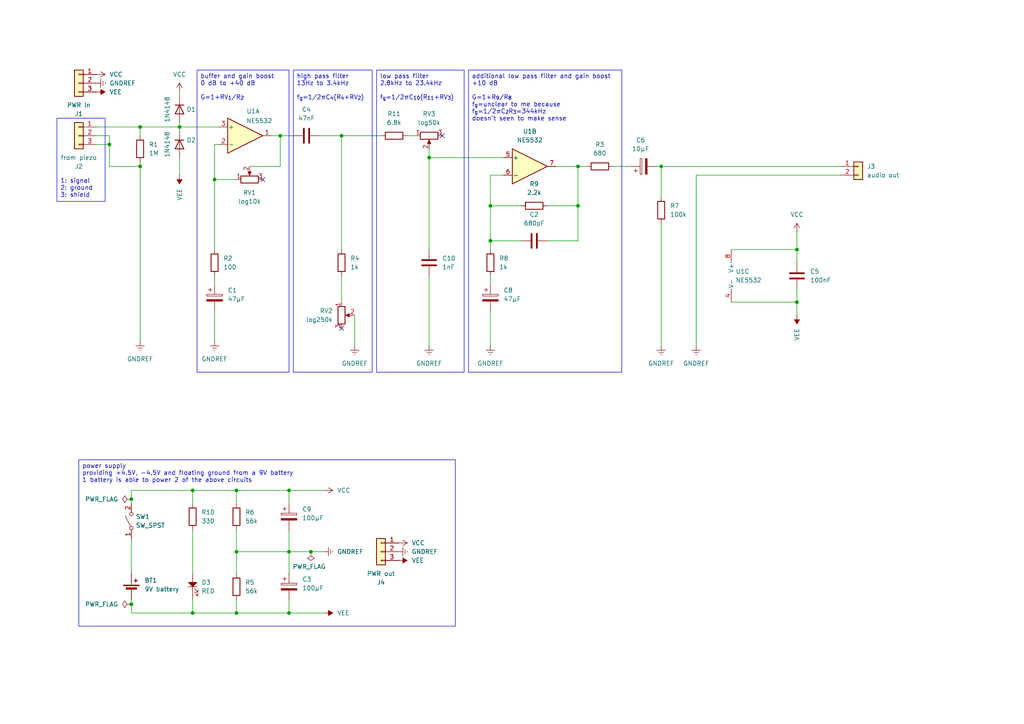
<source format=kicad_sch>
(kicad_sch (version 20231120) (generator "eeschema") (generator_version "8.0")
  (paper "A4")
  (title_block (title "piezo pre amp with high and low pass filter and gain boost") (date "2024-07-12") (rev "1.0") (company "sxda.io") (comment 1 "https://breaksberlin.wordpress.com/2015/11/07/diy-piezo-preamp-with-hi-pass-filter/") (comment 2 "based on jilski PB-1"))
  (lib_symbols
    (symbol "Amplifier_Operational:NE5532" (pin_names (offset 0.127))
      (property "Reference" "U" (at 0 5.08 0))
      (property "Value" "NE5532" (at 0 -5.08 0))
      (symbol "NE5532_1_1"
        (polyline (pts (xy -5.08 5.08) (xy 5.08 0) (xy -5.08 -5.08) (xy -5.08 5.08)) (stroke (width 0.254)) (fill (type background)))
        (pin output line (at 7.62 0 180) (length 2.54) (name "~") (number "1"))
        (pin input line (at -7.62 -2.54 0) (length 2.54) (name "-") (number "2"))
        (pin input line (at -7.62 2.54 0) (length 2.54) (name "+") (number "3"))
      )
      (symbol "NE5532_2_1"
        (polyline (pts (xy -5.08 5.08) (xy 5.08 0) (xy -5.08 -5.08) (xy -5.08 5.08)) (stroke (width 0.254)) (fill (type background)))
        (pin input line (at -7.62 2.54 0) (length 2.54) (name "+") (number "5"))
        (pin input line (at -7.62 -2.54 0) (length 2.54) (name "-") (number "6"))
        (pin output line (at 7.62 0 180) (length 2.54) (name "~") (number "7"))
      )
      (symbol "NE5532_3_1"
        (pin power_in line (at -2.54 -7.62 90) (length 3.81) (name "V-") (number "4"))
        (pin power_in line (at -2.54 7.62 270) (length 3.81) (name "V+") (number "8"))
      )
    )
    (symbol "Connector_Generic:Conn_01x02" (pin_names (offset 1.016) hide)
      (property "Reference" "J" (at 0 2.54 0))
      (property "Value" "Conn_01x02" (at 0 -5.08 0))
      (symbol "Conn_01x02_1_1"
        (rectangle (start -1.27 -2.413) (end 0 -2.667) (stroke (width 0.1524)))
        (rectangle (start -1.27 0.127) (end 0 -0.127) (stroke (width 0.1524)))
        (rectangle (start -1.27 1.27) (end 1.27 -3.81) (stroke (width 0.254)) (fill (type background)))
        (pin passive line (at -5.08 0 0) (length 3.81) (name "Pin_1") (number "1"))
        (pin passive line (at -5.08 -2.54 0) (length 3.81) (name "Pin_2") (number "2"))
      )
    )
    (symbol "Connector_Generic:Conn_01x03" (pin_names (offset 1.016) hide)
      (property "Reference" "J" (at 0 5.08 0))
      (property "Value" "Conn_01x03" (at 0 -5.08 0))
      (symbol "Conn_01x03_1_1"
        (rectangle (start -1.27 -2.413) (end 0 -2.667) (stroke (width 0.1524)))
        (rectangle (start -1.27 0.127) (end 0 -0.127) (stroke (width 0.1524)))
        (rectangle (start -1.27 2.667) (end 0 2.413) (stroke (width 0.1524)))
        (rectangle (start -1.27 3.81) (end 1.27 -3.81) (stroke (width 0.254)) (fill (type background)))
        (pin passive line (at -5.08 2.54 0) (length 3.81) (name "Pin_1") (number "1"))
        (pin passive line (at -5.08 0 0) (length 3.81) (name "Pin_2") (number "2"))
        (pin passive line (at -5.08 -2.54 0) (length 3.81) (name "Pin_3") (number "3"))
      )
    )
    (symbol "Device:Battery_Cell" (pin_numbers hide) (pin_names (offset 0) hide)
      (property "Reference" "BT" (at 2.54 2.54 0))
      (property "Value" "Battery_Cell" (at 2.54 0 0))
      (symbol "Battery_Cell_0_1"
        (rectangle (start -2.286 1.778) (end 2.286 1.524) (fill (type outline)))
        (rectangle (start -1.524 1.016) (end 1.524 0.508) (fill (type outline)))
        (polyline (pts (xy 0 0.762) (xy 0 0)))
        (polyline (pts (xy 0 1.778) (xy 0 2.54)))
        (polyline (pts (xy 0.762 3.048) (xy 1.778 3.048)) (stroke (width 0.254)))
        (polyline (pts (xy 1.27 3.556) (xy 1.27 2.54)) (stroke (width 0.254)))
      )
      (symbol "Battery_Cell_1_1"
        (pin passive line (at 0 5.08 270) (length 2.54) (name "+") (number "1"))
        (pin passive line (at 0 -2.54 90) (length 2.54) (name "-") (number "2"))
      )
    )
    (symbol "Device:C" (pin_numbers hide) (pin_names (offset 0.254))
      (property "Reference" "C" (at 0.635 2.54 0))
      (property "Value" "C" (at 0.635 -2.54 0))
      (symbol "C_0_1"
        (polyline (pts (xy -2.032 -0.762) (xy 2.032 -0.762)) (stroke (width 0.508)))
        (polyline (pts (xy -2.032 0.762) (xy 2.032 0.762)) (stroke (width 0.508)))
      )
      (symbol "C_1_1"
        (pin passive line (at 0 3.81 270) (length 2.794) (name "~") (number "1"))
        (pin passive line (at 0 -3.81 90) (length 2.794) (name "~") (number "2"))
      )
    )
    (symbol "Device:C_Polarized" (pin_numbers hide) (pin_names (offset 0.254))
      (property "Reference" "C" (at 0.635 2.54 0))
      (property "Value" "C_Polarized" (at 0.635 -2.54 0))
      (symbol "C_Polarized_0_1"
        (rectangle (start -2.286 0.508) (end 2.286 1.016))
        (polyline (pts (xy -1.778 2.286) (xy -0.762 2.286)))
        (polyline (pts (xy -1.27 2.794) (xy -1.27 1.778)))
        (rectangle (start 2.286 -0.508) (end -2.286 -1.016) (fill (type outline)))
      )
      (symbol "C_Polarized_1_1"
        (pin passive line (at 0 3.81 270) (length 2.794) (name "~") (number "1"))
        (pin passive line (at 0 -3.81 90) (length 2.794) (name "~") (number "2"))
      )
    )
    (symbol "Device:D" (pin_numbers hide) (pin_names (offset 1.016) hide)
      (property "Reference" "D" (at 0 2.54 0))
      (property "Value" "D" (at 0 -2.54 0))
      (symbol "D_0_1"
        (polyline (pts (xy -1.27 1.27) (xy -1.27 -1.27)) (stroke (width 0.254)))
        (polyline (pts (xy 1.27 0) (xy -1.27 0)))
        (polyline (pts (xy 1.27 1.27) (xy 1.27 -1.27) (xy -1.27 0) (xy 1.27 1.27)) (stroke (width 0.254)))
      )
      (symbol "D_1_1"
        (pin passive line (at -3.81 0 0) (length 2.54) (name "K") (number "1"))
        (pin passive line (at 3.81 0 180) (length 2.54) (name "A") (number "2"))
      )
    )
    (symbol "Device:R" (pin_numbers hide) (pin_names (offset 0))
      (property "Reference" "R" (at 2.032 0 90))
      (property "Value" "R" (at 0 0 90))
      (symbol "R_0_1"
        (rectangle (start -1.016 -2.54) (end 1.016 2.54) (stroke (width 0.254)))
      )
      (symbol "R_1_1"
        (pin passive line (at 0 3.81 270) (length 1.27) (name "~") (number "1"))
        (pin passive line (at 0 -3.81 90) (length 1.27) (name "~") (number "2"))
      )
    )
    (symbol "Device:R_Potentiometer" (pin_names (offset 1.016) hide)
      (property "Reference" "RV" (at -4.445 0 90))
      (property "Value" "R_Potentiometer" (at -2.54 0 90))
      (symbol "R_Potentiometer_0_1"
        (polyline (pts (xy 2.54 0) (xy 1.524 0)))
        (polyline (pts (xy 1.143 0) (xy 2.286 0.508) (xy 2.286 -0.508) (xy 1.143 0)) (fill (type outline)))
        (rectangle (start 1.016 2.54) (end -1.016 -2.54) (stroke (width 0.254)))
      )
      (symbol "R_Potentiometer_1_1"
        (pin passive line (at 0 3.81 270) (length 1.27) (name "1") (number "1"))
        (pin passive line (at 3.81 0 180) (length 1.27) (name "2") (number "2"))
        (pin passive line (at 0 -3.81 90) (length 1.27) (name "3") (number "3"))
      )
    )
    (symbol "PCM_SL_Devices:LED"
      (property "Reference" "D" (at -0.508 5.334 0))
      (property "Value" "LED" (at -0.508 2.794 0))
      (symbol "LED_0_1"
        (polyline (pts (xy -1.27 0) (xy -2.54 0)))
        (polyline (pts (xy 0 1.27) (xy 0 -1.27)))
        (polyline (pts (xy 0.508 0.508) (xy 1.524 1.524)))
        (polyline (pts (xy 1.27 0) (xy 2.54 0)))
        (polyline (pts (xy 1.524 0.508) (xy 2.54 1.524)))
        (polyline (pts (xy 1.524 1.524) (xy 0.889 1.524)))
        (polyline (pts (xy 1.524 1.524) (xy 1.524 0.889)))
        (polyline (pts (xy 2.54 1.524) (xy 1.905 1.524)))
        (polyline (pts (xy 2.54 1.524) (xy 2.54 0.889)))
        (polyline (pts (xy 0 0) (xy -1.27 -1.27) (xy -1.27 1.27) (xy 0 0) (xy 1.27 0)) (fill (type outline)))
      )
      (symbol "LED_1_1"
        (pin passive line (at 3.81 0 180) (length 1.5) (name "~") (number "1"))
        (pin passive line (at -3.81 0 0) (length 1.5) (name "") (number "2"))
      )
    )
    (symbol "Switch:SW_SPST" (pin_names (offset 0) hide)
      (property "Reference" "SW" (at 0 3.175 0))
      (property "Value" "SW_SPST" (at 0 -2.54 0))
      (symbol "SW_SPST_0_0"
        (circle (center -2.032 0) (radius 0.508))
        (polyline (pts (xy -1.524 0.254) (xy 1.524 1.778)))
        (circle (center 2.032 0) (radius 0.508))
      )
      (symbol "SW_SPST_1_1"
        (pin passive line (at -5.08 0 0) (length 2.54) (name "A") (number "1"))
        (pin passive line (at 5.08 0 180) (length 2.54) (name "B") (number "2"))
      )
    )
    (symbol "power:GNDREF" (power) (pin_numbers hide) (pin_names (offset 0) hide)
      (property "Value" "GNDREF" (at 0 -3.81 0))
      (symbol "GNDREF_0_1"
        (polyline (pts (xy -0.635 -1.905) (xy 0.635 -1.905)))
        (polyline (pts (xy -0.127 -2.54) (xy 0.127 -2.54)))
        (polyline (pts (xy 0 -1.27) (xy 0 0)))
        (polyline (pts (xy 1.27 -1.27) (xy -1.27 -1.27)))
      )
      (symbol "GNDREF_1_1"
        (pin power_in line (at 0 0 270) (length 0) (name "~") (number "1"))
      )
    )
    (symbol "power:PWR_FLAG" (power) (pin_numbers hide) (pin_names (offset 0) hide)
      (property "Value" "PWR_FLAG" (at 0 3.81 0))
      (symbol "PWR_FLAG_0_0"
        (pin power_out line (at 0 0 90) (length 0) (name "~") (number "1"))
      )
      (symbol "PWR_FLAG_0_1"
        (polyline (pts (xy 0 0) (xy 0 1.27) (xy -1.016 1.905) (xy 0 2.54) (xy 1.016 1.905) (xy 0 1.27)))
      )
    )
    (symbol "power:VCC" (power) (pin_numbers hide) (pin_names (offset 0) hide)
      (property "Value" "VCC" (at 0 3.556 0))
      (symbol "VCC_0_1"
        (polyline (pts (xy -0.762 1.27) (xy 0 2.54)))
        (polyline (pts (xy 0 0) (xy 0 2.54)))
        (polyline (pts (xy 0 2.54) (xy 0.762 1.27)))
      )
      (symbol "VCC_1_1"
        (pin power_in line (at 0 0 90) (length 0) (name "~") (number "1"))
      )
    )
    (symbol "power:VEE" (power) (pin_numbers hide) (pin_names (offset 0) hide)
      (property "Value" "VEE" (at 0 3.556 0))
      (symbol "VEE_0_1"
        (polyline (pts (xy 0 0) (xy 0 2.54)))
        (polyline (pts (xy 0.762 1.27) (xy -0.762 1.27) (xy 0 2.54) (xy 0.762 1.27)) (fill (type outline)))
      )
      (symbol "VEE_1_1"
        (pin power_in line (at 0 0 90) (length 0) (name "~") (number "1"))
      )
    )
  )
  (junction (at 38.1 175.26))
  (junction (at 62.23 52.07))
  (junction (at 68.58 177.8))
  (junction (at 167.64 48.26))
  (junction (at 90.17 160.02))
  (junction (at 83.82 160.02))
  (junction (at 231.14 72.39))
  (junction (at 83.82 177.8))
  (junction (at 142.24 69.85))
  (junction (at 68.58 160.02))
  (junction (at 191.77 48.26))
  (junction (at 52.07 36.83))
  (junction (at 99.06 39.37))
  (junction (at 38.1 144.78))
  (junction (at 31.75 41.91))
  (junction (at 40.64 36.83))
  (junction (at 167.64 59.69))
  (junction (at 142.24 59.69))
  (junction (at 231.14 87.63))
  (junction (at 81.28 39.37))
  (junction (at 40.64 48.26))
  (junction (at 68.58 142.24))
  (junction (at 124.46 45.72))
  (junction (at 83.82 142.24))
  (junction (at 55.88 177.8))
  (junction (at 55.88 142.24))
  (no_connect (at 99.06 95.25))
  (no_connect (at 128.27 39.37))
  (no_connect (at 76.2 52.07))
  (wire (pts (xy 52.07 36.83) (xy 63.5 36.83)))
  (wire (pts (xy 212.09 72.39) (xy 231.14 72.39)))
  (wire (pts (xy 142.24 59.69) (xy 142.24 69.85)))
  (wire (pts (xy 72.39 48.26) (xy 81.28 48.26)))
  (wire (pts (xy 142.24 80.01) (xy 142.24 82.55)))
  (wire (pts (xy 55.88 177.8) (xy 68.58 177.8)))
  (wire (pts (xy 62.23 41.91) (xy 62.23 52.07)))
  (wire (pts (xy 62.23 52.07) (xy 62.23 72.39)))
  (wire (pts (xy 55.88 142.24) (xy 68.58 142.24)))
  (wire (pts (xy 142.24 69.85) (xy 151.13 69.85)))
  (wire (pts (xy 78.74 39.37) (xy 81.28 39.37)))
  (wire (pts (xy 167.64 59.69) (xy 158.75 59.69)))
  (wire (pts (xy 62.23 99.06) (xy 62.23 90.17)))
  (wire (pts (xy 191.77 48.26) (xy 243.84 48.26)))
  (wire (pts (xy 55.88 153.67) (xy 55.88 166.37)))
  (wire (pts (xy 83.82 173.99) (xy 83.82 177.8)))
  (wire (pts (xy 27.94 36.83) (xy 40.64 36.83)))
  (wire (pts (xy 167.64 59.69) (xy 167.64 69.85)))
  (wire (pts (xy 99.06 80.01) (xy 99.06 87.63)))
  (wire (pts (xy 27.94 39.37) (xy 31.75 39.37)))
  (wire (pts (xy 40.64 48.26) (xy 40.64 99.06)))
  (wire (pts (xy 38.1 175.26) (xy 38.1 177.8)))
  (wire (pts (xy 68.58 173.99) (xy 68.58 177.8)))
  (wire (pts (xy 124.46 80.01) (xy 124.46 100.33)))
  (wire (pts (xy 201.93 50.8) (xy 201.93 100.33)))
  (wire (pts (xy 158.75 69.85) (xy 167.64 69.85)))
  (wire (pts (xy 38.1 142.24) (xy 55.88 142.24)))
  (wire (pts (xy 68.58 160.02) (xy 68.58 166.37)))
  (wire (pts (xy 68.58 142.24) (xy 83.82 142.24)))
  (wire (pts (xy 93.98 142.24) (xy 83.82 142.24)))
  (wire (pts (xy 142.24 59.69) (xy 151.13 59.69)))
  (wire (pts (xy 68.58 52.07) (xy 62.23 52.07)))
  (wire (pts (xy 40.64 36.83) (xy 40.64 39.37)))
  (wire (pts (xy 55.88 173.99) (xy 55.88 177.8)))
  (wire (pts (xy 124.46 45.72) (xy 146.05 45.72)))
  (wire (pts (xy 142.24 69.85) (xy 142.24 72.39)))
  (wire (pts (xy 68.58 142.24) (xy 68.58 146.05)))
  (wire (pts (xy 40.64 48.26) (xy 31.75 48.26)))
  (wire (pts (xy 167.64 48.26) (xy 170.18 48.26)))
  (wire (pts (xy 191.77 48.26) (xy 191.77 57.15)))
  (wire (pts (xy 99.06 39.37) (xy 99.06 72.39)))
  (wire (pts (xy 38.1 144.78) (xy 38.1 146.05)))
  (wire (pts (xy 92.71 39.37) (xy 99.06 39.37)))
  (wire (pts (xy 190.5 48.26) (xy 191.77 48.26)))
  (wire (pts (xy 52.07 26.67) (xy 52.07 27.94)))
  (wire (pts (xy 142.24 50.8) (xy 142.24 59.69)))
  (wire (pts (xy 52.07 45.72) (xy 52.07 50.8)))
  (wire (pts (xy 212.09 87.63) (xy 231.14 87.63)))
  (wire (pts (xy 52.07 38.1) (xy 52.07 36.83)))
  (wire (pts (xy 231.14 67.31) (xy 231.14 72.39)))
  (wire (pts (xy 68.58 160.02) (xy 83.82 160.02)))
  (wire (pts (xy 31.75 41.91) (xy 31.75 48.26)))
  (wire (pts (xy 38.1 142.24) (xy 38.1 144.78)))
  (wire (pts (xy 99.06 39.37) (xy 110.49 39.37)))
  (wire (pts (xy 62.23 41.91) (xy 63.5 41.91)))
  (wire (pts (xy 81.28 39.37) (xy 81.28 48.26)))
  (wire (pts (xy 62.23 80.01) (xy 62.23 82.55)))
  (wire (pts (xy 40.64 46.99) (xy 40.64 48.26)))
  (wire (pts (xy 68.58 177.8) (xy 83.82 177.8)))
  (wire (pts (xy 161.29 48.26) (xy 167.64 48.26)))
  (wire (pts (xy 201.93 50.8) (xy 243.84 50.8)))
  (wire (pts (xy 177.8 48.26) (xy 182.88 48.26)))
  (wire (pts (xy 83.82 142.24) (xy 83.82 146.05)))
  (wire (pts (xy 31.75 39.37) (xy 31.75 41.91)))
  (wire (pts (xy 93.98 177.8) (xy 83.82 177.8)))
  (wire (pts (xy 68.58 153.67) (xy 68.58 160.02)))
  (wire (pts (xy 55.88 142.24) (xy 55.88 146.05)))
  (wire (pts (xy 90.17 160.02) (xy 93.98 160.02)))
  (wire (pts (xy 38.1 175.26) (xy 38.1 173.99)))
  (wire (pts (xy 231.14 83.82) (xy 231.14 87.63)))
  (wire (pts (xy 231.14 72.39) (xy 231.14 76.2)))
  (wire (pts (xy 124.46 43.18) (xy 124.46 45.72)))
  (wire (pts (xy 83.82 160.02) (xy 90.17 160.02)))
  (wire (pts (xy 52.07 35.56) (xy 52.07 36.83)))
  (wire (pts (xy 142.24 50.8) (xy 146.05 50.8)))
  (wire (pts (xy 52.07 36.83) (xy 40.64 36.83)))
  (wire (pts (xy 83.82 160.02) (xy 83.82 166.37)))
  (wire (pts (xy 27.94 41.91) (xy 31.75 41.91)))
  (wire (pts (xy 124.46 45.72) (xy 124.46 72.39)))
  (wire (pts (xy 191.77 64.77) (xy 191.77 100.33)))
  (wire (pts (xy 83.82 153.67) (xy 83.82 160.02)))
  (wire (pts (xy 118.11 39.37) (xy 120.65 39.37)))
  (wire (pts (xy 81.28 39.37) (xy 85.09 39.37)))
  (wire (pts (xy 102.87 91.44) (xy 102.87 100.33)))
  (wire (pts (xy 231.14 87.63) (xy 231.14 91.44)))
  (wire (pts (xy 38.1 156.21) (xy 38.1 166.37)))
  (wire (pts (xy 142.24 90.17) (xy 142.24 100.33)))
  (wire (pts (xy 38.1 177.8) (xy 55.88 177.8)))
  (wire (pts (xy 167.64 48.26) (xy 167.64 59.69)))
  (text_box "buffer and gain boost\n0 dB to +40 dB\n\nG=1+RV_{1}/R_{2}\n\n" (at 57.15 20.32 0) (size 26.67 87.63) (effects (font (size 1.27 1.27)) (justify left top)))
  (text_box "high pass filter\n13Hz to 3.4kHz\n\nf_{g}=1/2πC_{4}(R_{4}+RV_{2})" (at 85.09 20.32 0) (size 22.86 87.63) (effects (font (size 1.27 1.27)) (justify left top)))
  (text_box "low pass filter\n2.8kHz to 23.4kHz\n\nf_{g}=1/2πC_{10}(R_{11}+RV_{3})" (at 109.22 20.32 0) (size 25.4 87.63) (effects (font (size 1.27 1.27)) (justify left top)))
  (text_box "additional low pass filter and gain boost\n+10 dB\n\nG=1+R_{9}/R_{8}\nf_{g}=unclear to me because\nf_{g}=1/2πC_{2}R_{3}=344kHz\ndoesn't seen to make sense" (at 135.89 20.32 0) (size 44.45 87.63) (effects (font (size 1.27 1.27)) (justify left top)))
  (text_box "\n\n\n\n\n\n\n\n1: signal\n2: ground\n3: shield" (at 16.51 34.29 0) (size 13.97 24.13) (effects (font (size 1.27 1.27)) (justify left top)))
  (text_box "power supply\nproviding +4.5V, -4.5V and floating ground from a 9V battery\n1 battery is able to power 2 of the above circuits" (at 22.86 133.35 0) (size 109.22 48.26) (effects (font (size 1.27 1.27)) (justify left top)))
  (symbol (lib_id "power:PWR_FLAG") (at 90.17 160.02 180) (unit 1)
    (property "Reference" "#FLG03" (effects (hide yes)))
    (property "Value" "PWR_FLAG" (at 94.488 164.338 0) (effects (justify left)))
    (property "Description" "Special symbol for telling ERC where power comes from" (effects (hide yes)))
  )
  (symbol (lib_id "Device:C_Polarized") (at 186.69 48.26 90) (unit 1)
    (property "Reference" "C6" (at 185.801 40.64 90))
    (property "Value" "10µF" (at 185.801 43.18 90))
    (property "Footprint" "Capacitor_THT:CP_Radial_D5.0mm_P2.50mm" (effects (hide yes)))
    (property "Description" "Polarized capacitor" (effects (hide yes)))
  )
  (symbol (lib_id "power:VCC") (at 115.57 157.48 270) (unit 1)
    (property "Reference" "#PWR018" (effects (hide yes)))
    (property "Value" "VCC" (at 119.38 157.4799 90) (effects (justify left)))
    (property "Description" "Power symbol creates a global label with name \"VCC\"" (effects (hide yes)))
  )
  (symbol (lib_id "power:VEE") (at 27.94 26.67 270) (unit 1)
    (property "Reference" "#PWR03" (effects (hide yes)))
    (property "Value" "VEE" (at 31.75 26.6701 90) (effects (justify left)))
    (property "Description" "Power symbol creates a global label with name \"VEE\"" (effects (hide yes)))
  )
  (symbol (lib_id "power:VEE") (at 93.98 177.8 270) (unit 1)
    (property "Reference" "#PWR017" (effects (hide yes)))
    (property "Value" "VEE" (at 97.79 177.8001 90) (effects (justify left)))
    (property "Description" "Power symbol creates a global label with name \"VEE\"" (effects (hide yes)))
  )
  (symbol (lib_id "Amplifier_Operational:NE5532") (at 71.12 39.37 0) (unit 1)
    (property "Reference" "U1" (at 73.406 32.258 0))
    (property "Value" "NE5532" (at 75.184 35.052 0))
    (property "Footprint" "Package_DIP:CERDIP-8_W7.62mm_SideBrazed_Socket" (effects (hide yes)))
    (property "Datasheet" "http://www.ti.com/lit/ds/symlink/ne5532.pdf" (effects (hide yes)))
    (property "Description" "Dual Low-Noise Operational Amplifiers, DIP-8/SOIC-8" (effects (hide yes)))
  )
  (symbol (lib_id "Device:C_Polarized") (at 83.82 149.86 0) (unit 1)
    (property "Reference" "C9" (at 87.63 147.7009 0) (effects (justify left)))
    (property "Value" "100µF" (at 87.63 150.2409 0) (effects (justify left)))
    (property "Footprint" "Capacitor_THT:CP_Radial_D5.0mm_P2.50mm" (effects (hide yes)))
    (property "Description" "Polarized capacitor" (effects (hide yes)))
  )
  (symbol (lib_id "Connector_Generic:Conn_01x03") (at 22.86 24.13 0) (mirror y) (unit 1)
    (property "Reference" "J1" (at 22.86 33.02 0))
    (property "Value" "PWR in" (at 22.86 30.48 0))
    (property "Footprint" "Connector_PinHeader_2.54mm:PinHeader_1x03_P2.54mm_Vertical" (effects (hide yes)))
    (property "Description" "Generic connector, single row, 01x03, script generated (kicad-library-utils/schlib/autogen/connector/)" (effects (hide yes)))
  )
  (symbol (lib_id "power:VEE") (at 115.57 162.56 270) (unit 1)
    (property "Reference" "#PWR020" (effects (hide yes)))
    (property "Value" "VEE" (at 119.38 162.5601 90) (effects (justify left)))
    (property "Description" "Power symbol creates a global label with name \"VEE\"" (effects (hide yes)))
  )
  (symbol (lib_id "Device:Battery_Cell") (at 38.1 171.45 0) (unit 1)
    (property "Reference" "BT1" (at 41.91 168.3384 0) (effects (justify left)))
    (property "Value" "9V battery" (at 41.91 170.8784 0) (effects (justify left)))
    (property "Footprint" "Connector_PinHeader_2.54mm:PinHeader_1x02_P2.54mm_Vertical" (effects (hide yes)))
    (property "Description" "Single-cell battery" (effects (hide yes)))
  )
  (symbol (lib_id "Device:R") (at 191.77 60.96 0) (unit 1)
    (property "Reference" "R7" (at 194.31 59.6899 0) (effects (justify left)))
    (property "Value" "100k" (at 194.31 62.2299 0) (effects (justify left)))
    (property "Footprint" "Resistor_THT:R_Axial_DIN0207_L6.3mm_D2.5mm_P10.16mm_Horizontal" (effects (hide yes)))
    (property "Description" "Resistor" (effects (hide yes)))
  )
  (symbol (lib_id "power:PWR_FLAG") (at 38.1 144.78 90) (unit 1)
    (property "Reference" "#FLG01" (effects (hide yes)))
    (property "Value" "PWR_FLAG" (at 34.29 144.7799 90) (effects (justify left)))
    (property "Description" "Special symbol for telling ERC where power comes from" (effects (hide yes)))
  )
  (symbol (lib_id "power:GNDREF") (at 142.24 100.33 0) (unit 1)
    (property "Reference" "#PWR012" (effects (hide yes)))
    (property "Value" "GNDREF" (at 142.24 105.41 0))
    (property "Description" "Power symbol creates a global label with name \"GNDREF\" , reference supply ground" (effects (hide yes)))
  )
  (symbol (lib_id "Device:C_Polarized") (at 62.23 86.36 0) (unit 1)
    (property "Reference" "C1" (at 66.04 84.2009 0) (effects (justify left)))
    (property "Value" "47µF" (at 66.04 86.7409 0) (effects (justify left)))
    (property "Footprint" "Capacitor_THT:CP_Radial_D5.0mm_P2.50mm" (effects (hide yes)))
    (property "Description" "Polarized capacitor" (effects (hide yes)))
  )
  (symbol (lib_id "Device:R") (at 55.88 149.86 0) (unit 1)
    (property "Reference" "R10" (at 58.42 148.5899 0) (effects (justify left)))
    (property "Value" "330" (at 58.42 151.1299 0) (effects (justify left)))
    (property "Footprint" "Resistor_THT:R_Axial_DIN0207_L6.3mm_D2.5mm_P10.16mm_Horizontal" (effects (hide yes)))
    (property "Description" "Resistor" (effects (hide yes)))
  )
  (symbol (lib_id "power:VCC") (at 27.94 21.59 270) (unit 1)
    (property "Reference" "#PWR01" (effects (hide yes)))
    (property "Value" "VCC" (at 31.75 21.5899 90) (effects (justify left)))
    (property "Description" "Power symbol creates a global label with name \"VCC\"" (effects (hide yes)))
  )
  (symbol (lib_id "Device:R") (at 114.3 39.37 90) (unit 1)
    (property "Reference" "R11" (at 114.3 33.02 90))
    (property "Value" "6.8k" (at 114.3 35.56 90))
    (property "Footprint" "Resistor_THT:R_Axial_DIN0207_L6.3mm_D2.5mm_P10.16mm_Horizontal" (effects (hide yes)))
    (property "Description" "Resistor" (effects (hide yes)))
  )
  (symbol (lib_id "Device:R") (at 40.64 43.18 0) (unit 1)
    (property "Reference" "R1" (at 43.18 41.9099 0) (effects (justify left)))
    (property "Value" "1M" (at 43.18 44.4499 0) (effects (justify left)))
    (property "Footprint" "Resistor_THT:R_Axial_DIN0207_L6.3mm_D2.5mm_P10.16mm_Horizontal" (effects (hide yes)))
    (property "Description" "Resistor" (effects (hide yes)))
  )
  (symbol (lib_id "Device:C") (at 231.14 80.01 0) (unit 1)
    (property "Reference" "C5" (at 234.95 78.7399 0) (effects (justify left)))
    (property "Value" "100nF" (at 234.95 81.2799 0) (effects (justify left)))
    (property "Footprint" "Capacitor_THT:CP_Radial_D5.0mm_P2.50mm" (effects (hide yes)))
    (property "Description" "Unpolarized capacitor" (effects (hide yes)))
  )
  (symbol (lib_id "Device:R") (at 142.24 76.2 180) (unit 1)
    (property "Reference" "R8" (at 144.78 74.9299 0) (effects (justify right)))
    (property "Value" "1k" (at 144.78 77.4699 0) (effects (justify right)))
    (property "Footprint" "Resistor_THT:R_Axial_DIN0207_L6.3mm_D2.5mm_P10.16mm_Horizontal" (effects (hide yes)))
    (property "Description" "Resistor" (effects (hide yes)))
  )
  (symbol (lib_id "power:GNDREF") (at 27.94 24.13 90) (unit 1)
    (property "Reference" "#PWR02" (effects (hide yes)))
    (property "Value" "GNDREF" (at 31.75 24.1299 90) (effects (justify right)))
    (property "Description" "Power symbol creates a global label with name \"GNDREF\" , reference supply ground" (effects (hide yes)))
  )
  (symbol (lib_id "Device:R") (at 62.23 76.2 0) (unit 1)
    (property "Reference" "R2" (at 64.77 74.9299 0) (effects (justify left)))
    (property "Value" "100" (at 64.77 77.4699 0) (effects (justify left)))
    (property "Footprint" "Resistor_THT:R_Axial_DIN0207_L6.3mm_D2.5mm_P10.16mm_Horizontal" (effects (hide yes)))
    (property "Description" "Resistor" (effects (hide yes)))
  )
  (symbol (lib_id "Device:R") (at 68.58 149.86 0) (unit 1)
    (property "Reference" "R6" (at 71.12 148.5899 0) (effects (justify left)))
    (property "Value" "56k" (at 71.12 151.1299 0) (effects (justify left)))
    (property "Footprint" "Resistor_THT:R_Axial_DIN0207_L6.3mm_D2.5mm_P10.16mm_Horizontal" (effects (hide yes)))
    (property "Description" "Resistor" (effects (hide yes)))
  )
  (symbol (lib_id "Connector_Generic:Conn_01x02") (at 248.92 48.26 0) (unit 1)
    (property "Reference" "J3" (at 251.46 48.2599 0) (effects (justify left)))
    (property "Value" "audio out" (at 251.46 50.7999 0) (effects (justify left)))
    (property "Footprint" "Connector_PinHeader_2.54mm:PinHeader_1x02_P2.54mm_Vertical" (effects (hide yes)))
    (property "Description" "Generic connector, single row, 01x02, script generated (kicad-library-utils/schlib/autogen/connector/)" (effects (hide yes)))
  )
  (symbol (lib_id "power:GNDREF") (at 40.64 99.06 0) (unit 1)
    (property "Reference" "#PWR04" (effects (hide yes)))
    (property "Value" "GNDREF" (at 40.64 104.14 0))
    (property "Description" "Power symbol creates a global label with name \"GNDREF\" , reference supply ground" (effects (hide yes)))
  )
  (symbol (lib_id "power:VCC") (at 93.98 142.24 270) (unit 1)
    (property "Reference" "#PWR015" (effects (hide yes)))
    (property "Value" "VCC" (at 97.79 142.2399 90) (effects (justify left)))
    (property "Description" "Power symbol creates a global label with name \"VCC\"" (effects (hide yes)))
  )
  (symbol (lib_id "power:VEE") (at 231.14 91.44 180) (unit 1)
    (property "Reference" "#PWR011" (effects (hide yes)))
    (property "Value" "VEE" (at 231.1399 95.25 90) (effects (justify left)))
    (property "Description" "Power symbol creates a global label with name \"VEE\"" (effects (hide yes)))
  )
  (symbol (lib_id "PCM_SL_Devices:LED") (at 55.88 170.18 270) (unit 1)
    (property "Reference" "D3" (at 58.42 168.9099 90) (effects (justify left)))
    (property "Value" "RED" (at 58.42 171.4499 90) (effects (justify left)))
    (property "Footprint" "LED_THT:LED_D5.0mm" (effects (hide yes)))
    (property "Description" "Common 5mm diameter LED" (effects (hide yes)))
  )
  (symbol (lib_id "Device:D") (at 52.07 31.75 270) (unit 1)
    (property "Reference" "D1" (at 54.102 31.75 90) (effects (justify left)))
    (property "Value" "1N4148" (at 48.514 27.94 0) (effects (justify left)))
    (property "Footprint" "Diode_THT:D_A-405_P7.62mm_Horizontal" (effects (hide yes)))
    (property "Description" "Diode" (effects (hide yes)))
    (property "Sim.Device" "D" (effects (hide yes)))
    (property "Sim.Pins" "1=K 2=A" (effects (hide yes)))
  )
  (symbol (lib_id "Device:C_Polarized") (at 142.24 86.36 0) (unit 1)
    (property "Reference" "C8" (at 146.05 84.2009 0) (effects (justify left)))
    (property "Value" "47µF" (at 146.05 86.7409 0) (effects (justify left)))
    (property "Footprint" "Capacitor_THT:CP_Radial_D5.0mm_P2.50mm" (effects (hide yes)))
    (property "Description" "Polarized capacitor" (effects (hide yes)))
  )
  (symbol (lib_id "Device:R") (at 99.06 76.2 0) (unit 1)
    (property "Reference" "R4" (at 101.6 74.9299 0) (effects (justify left)))
    (property "Value" "1k" (at 101.6 77.4699 0) (effects (justify left)))
    (property "Footprint" "Resistor_THT:R_Axial_DIN0207_L6.3mm_D2.5mm_P10.16mm_Horizontal" (effects (hide yes)))
    (property "Description" "Resistor" (effects (hide yes)))
  )
  (symbol (lib_id "Connector_Generic:Conn_01x03") (at 110.49 160.02 0) (mirror y) (unit 1)
    (property "Reference" "J4" (at 110.49 168.91 0))
    (property "Value" "PWR out" (at 110.49 166.37 0))
    (property "Footprint" "Connector_PinHeader_2.54mm:PinHeader_1x03_P2.54mm_Vertical" (effects (hide yes)))
    (property "Description" "Generic connector, single row, 01x03, script generated (kicad-library-utils/schlib/autogen/connector/)" (effects (hide yes)))
  )
  (symbol (lib_id "Amplifier_Operational:NE5532") (at 153.67 48.26 0) (unit 2)
    (property "Reference" "U1" (at 153.67 38.1 0))
    (property "Value" "NE5532" (at 153.67 40.64 0))
    (property "Footprint" "Package_DIP:CERDIP-8_W7.62mm_SideBrazed_Socket" (effects (hide yes)))
    (property "Datasheet" "http://www.ti.com/lit/ds/symlink/ne5532.pdf" (effects (hide yes)))
    (property "Description" "Dual Low-Noise Operational Amplifiers, DIP-8/SOIC-8" (effects (hide yes)))
  )
  (symbol (lib_id "Device:R_Potentiometer") (at 99.06 91.44 0) (unit 1)
    (property "Reference" "RV2" (at 96.52 90.1699 0) (effects (justify right)))
    (property "Value" "log250k" (at 96.52 92.7099 0) (effects (justify right)))
    (property "Footprint" "Connector_PinHeader_2.54mm:PinHeader_1x02_P2.54mm_Vertical" (effects (hide yes)))
    (property "Description" "Potentiometer" (effects (hide yes)))
  )
  (symbol (lib_id "Device:R_Potentiometer") (at 124.46 39.37 90) (mirror x) (unit 1)
    (property "Reference" "RV3" (at 124.46 33.02 90))
    (property "Value" "log50k" (at 124.46 35.56 90))
    (property "Footprint" "Connector_PinHeader_2.54mm:PinHeader_1x02_P2.54mm_Vertical" (effects (hide yes)))
    (property "Description" "Potentiometer" (effects (hide yes)))
  )
  (symbol (lib_id "Switch:SW_SPST") (at 38.1 151.13 90) (unit 1)
    (property "Reference" "SW1" (at 39.37 149.8599 90) (effects (justify right)))
    (property "Value" "SW_SPST" (at 39.37 152.3999 90) (effects (justify right)))
    (property "Footprint" "Connector_PinHeader_2.54mm:PinHeader_1x02_P2.54mm_Vertical" (effects (hide yes)))
    (property "Description" "Single Pole Single Throw (SPST) switch" (effects (hide yes)))
  )
  (symbol (lib_id "Amplifier_Operational:NE5532") (at 214.63 80.01 0) (unit 3)
    (property "Reference" "U1" (at 213.36 78.7399 0) (effects (justify left)))
    (property "Value" "NE5532" (at 213.36 81.2799 0) (effects (justify left)))
    (property "Footprint" "Package_DIP:CERDIP-8_W7.62mm_SideBrazed_Socket" (effects (hide yes)))
    (property "Datasheet" "http://www.ti.com/lit/ds/symlink/ne5532.pdf" (effects (hide yes)))
    (property "Description" "Dual Low-Noise Operational Amplifiers, DIP-8/SOIC-8" (effects (hide yes)))
  )
  (symbol (lib_id "power:GNDREF") (at 201.93 100.33 0) (unit 1)
    (property "Reference" "#PWR014" (effects (hide yes)))
    (property "Value" "GNDREF" (at 201.93 105.41 0))
    (property "Description" "Power symbol creates a global label with name \"GNDREF\" , reference supply ground" (effects (hide yes)))
  )
  (symbol (lib_id "Device:R") (at 154.94 59.69 270) (unit 1)
    (property "Reference" "R9" (at 154.94 53.34 90))
    (property "Value" "2.2k" (at 154.94 55.88 90))
    (property "Footprint" "Resistor_THT:R_Axial_DIN0207_L6.3mm_D2.5mm_P10.16mm_Horizontal" (effects (hide yes)))
    (property "Description" "Resistor" (effects (hide yes)))
  )
  (symbol (lib_id "Device:C") (at 88.9 39.37 90) (unit 1)
    (property "Reference" "C4" (at 88.9 31.75 90))
    (property "Value" "47nF" (at 88.9 34.29 90))
    (property "Footprint" "Capacitor_THT:CP_Radial_D5.0mm_P2.50mm" (effects (hide yes)))
    (property "Description" "Unpolarized capacitor" (effects (hide yes)))
  )
  (symbol (lib_id "Device:D") (at 52.07 41.91 270) (unit 1)
    (property "Reference" "D2" (at 54.102 40.64 90) (effects (justify left)))
    (property "Value" "1N4148" (at 48.514 38.1 0) (effects (justify left)))
    (property "Footprint" "Diode_THT:D_A-405_P7.62mm_Horizontal" (effects (hide yes)))
    (property "Description" "Diode" (effects (hide yes)))
    (property "Sim.Device" "D" (effects (hide yes)))
    (property "Sim.Pins" "1=K 2=A" (effects (hide yes)))
  )
  (symbol (lib_id "Connector_Generic:Conn_01x03") (at 22.86 39.37 0) (mirror y) (unit 1)
    (property "Reference" "J2" (at 22.86 48.26 0))
    (property "Value" "from piezo" (at 22.86 45.72 0))
    (property "Footprint" "Connector_PinHeader_2.54mm:PinHeader_1x03_P2.54mm_Vertical" (effects (hide yes)))
    (property "Description" "Generic connector, single row, 01x03, script generated (kicad-library-utils/schlib/autogen/connector/)" (effects (hide yes)))
  )
  (symbol (lib_id "Device:C") (at 154.94 69.85 270) (unit 1)
    (property "Reference" "C2" (at 154.94 62.23 90))
    (property "Value" "680pF" (at 154.94 64.77 90))
    (property "Footprint" "Capacitor_THT:CP_Radial_D5.0mm_P2.50mm" (effects (hide yes)))
    (property "Description" "Unpolarized capacitor" (effects (hide yes)))
  )
  (symbol (lib_id "power:GNDREF") (at 62.23 99.06 0) (unit 1)
    (property "Reference" "#PWR07" (effects (hide yes)))
    (property "Value" "GNDREF" (at 62.23 104.14 0))
    (property "Description" "Power symbol creates a global label with name \"GNDREF\" , reference supply ground" (effects (hide yes)))
  )
  (symbol (lib_id "Device:R_Potentiometer") (at 72.39 52.07 90) (unit 1)
    (property "Reference" "RV1" (at 72.39 55.88 90))
    (property "Value" "log10k" (at 72.39 58.42 90))
    (property "Footprint" "Connector_PinHeader_2.54mm:PinHeader_1x02_P2.54mm_Vertical" (effects (hide yes)))
    (property "Description" "Potentiometer" (effects (hide yes)))
  )
  (symbol (lib_id "power:VCC") (at 52.07 26.67 0) (unit 1)
    (property "Reference" "#PWR05" (effects (hide yes)))
    (property "Value" "VCC" (at 52.07 21.59 0))
    (property "Description" "Power symbol creates a global label with name \"VCC\"" (effects (hide yes)))
  )
  (symbol (lib_id "power:GNDREF") (at 124.46 100.33 0) (unit 1)
    (property "Reference" "#PWR09" (effects (hide yes)))
    (property "Value" "GNDREF" (at 124.46 105.41 0))
    (property "Description" "Power symbol creates a global label with name \"GNDREF\" , reference supply ground" (effects (hide yes)))
  )
  (symbol (lib_id "Device:C") (at 124.46 76.2 180) (unit 1)
    (property "Reference" "C10" (at 128.27 74.9299 0) (effects (justify right)))
    (property "Value" "1nF" (at 128.27 77.4699 0) (effects (justify right)))
    (property "Footprint" "Capacitor_THT:CP_Radial_D5.0mm_P2.50mm" (effects (hide yes)))
    (property "Description" "Unpolarized capacitor" (effects (hide yes)))
  )
  (symbol (lib_id "Device:R") (at 173.99 48.26 90) (unit 1)
    (property "Reference" "R3" (at 173.99 41.91 90))
    (property "Value" "680" (at 173.99 44.45 90))
    (property "Footprint" "Resistor_THT:R_Axial_DIN0207_L6.3mm_D2.5mm_P10.16mm_Horizontal" (effects (hide yes)))
    (property "Description" "Resistor" (effects (hide yes)))
  )
  (symbol (lib_id "Device:R") (at 68.58 170.18 0) (unit 1)
    (property "Reference" "R5" (at 71.12 168.9099 0) (effects (justify left)))
    (property "Value" "56k" (at 71.12 171.4499 0) (effects (justify left)))
    (property "Footprint" "Resistor_THT:R_Axial_DIN0207_L6.3mm_D2.5mm_P10.16mm_Horizontal" (effects (hide yes)))
    (property "Description" "Resistor" (effects (hide yes)))
  )
  (symbol (lib_id "power:VCC") (at 231.14 67.31 0) (unit 1)
    (property "Reference" "#PWR010" (effects (hide yes)))
    (property "Value" "VCC" (at 231.14 62.23 0))
    (property "Description" "Power symbol creates a global label with name \"VCC\"" (effects (hide yes)))
  )
  (symbol (lib_id "Device:C_Polarized") (at 83.82 170.18 0) (unit 1)
    (property "Reference" "C3" (at 87.63 168.0209 0) (effects (justify left)))
    (property "Value" "100µF" (at 87.63 170.5609 0) (effects (justify left)))
    (property "Footprint" "Capacitor_THT:CP_Radial_D5.0mm_P2.50mm" (effects (hide yes)))
    (property "Description" "Polarized capacitor" (effects (hide yes)))
  )
  (symbol (lib_id "power:VEE") (at 52.07 50.8 180) (unit 1)
    (property "Reference" "#PWR06" (effects (hide yes)))
    (property "Value" "VEE" (at 52.0699 54.61 90) (effects (justify left)))
    (property "Description" "Power symbol creates a global label with name \"VEE\"" (effects (hide yes)))
  )
  (symbol (lib_id "power:GNDREF") (at 115.57 160.02 90) (unit 1)
    (property "Reference" "#PWR019" (effects (hide yes)))
    (property "Value" "GNDREF" (at 119.38 160.0199 90) (effects (justify right)))
    (property "Description" "Power symbol creates a global label with name \"GNDREF\" , reference supply ground" (effects (hide yes)))
  )
  (symbol (lib_id "power:GNDREF") (at 191.77 100.33 0) (unit 1)
    (property "Reference" "#PWR013" (effects (hide yes)))
    (property "Value" "GNDREF" (at 191.77 105.41 0))
    (property "Description" "Power symbol creates a global label with name \"GNDREF\" , reference supply ground" (effects (hide yes)))
  )
  (symbol (lib_id "power:PWR_FLAG") (at 38.1 175.26 90) (unit 1)
    (property "Reference" "#FLG02" (effects (hide yes)))
    (property "Value" "PWR_FLAG" (at 34.29 175.2599 90) (effects (justify left)))
    (property "Description" "Special symbol for telling ERC where power comes from" (effects (hide yes)))
  )
  (symbol (lib_id "power:GNDREF") (at 102.87 100.33 0) (unit 1)
    (property "Reference" "#PWR08" (effects (hide yes)))
    (property "Value" "GNDREF" (at 102.87 105.41 0))
    (property "Description" "Power symbol creates a global label with name \"GNDREF\" , reference supply ground" (effects (hide yes)))
  )
  (symbol (lib_id "power:GNDREF") (at 93.98 160.02 90) (unit 1)
    (property "Reference" "#PWR016" (effects (hide yes)))
    (property "Value" "GNDREF" (at 97.79 160.0199 90) (effects (justify right)))
    (property "Description" "Power symbol creates a global label with name \"GNDREF\" , reference supply ground" (effects (hide yes)))
  )
)
</source>
